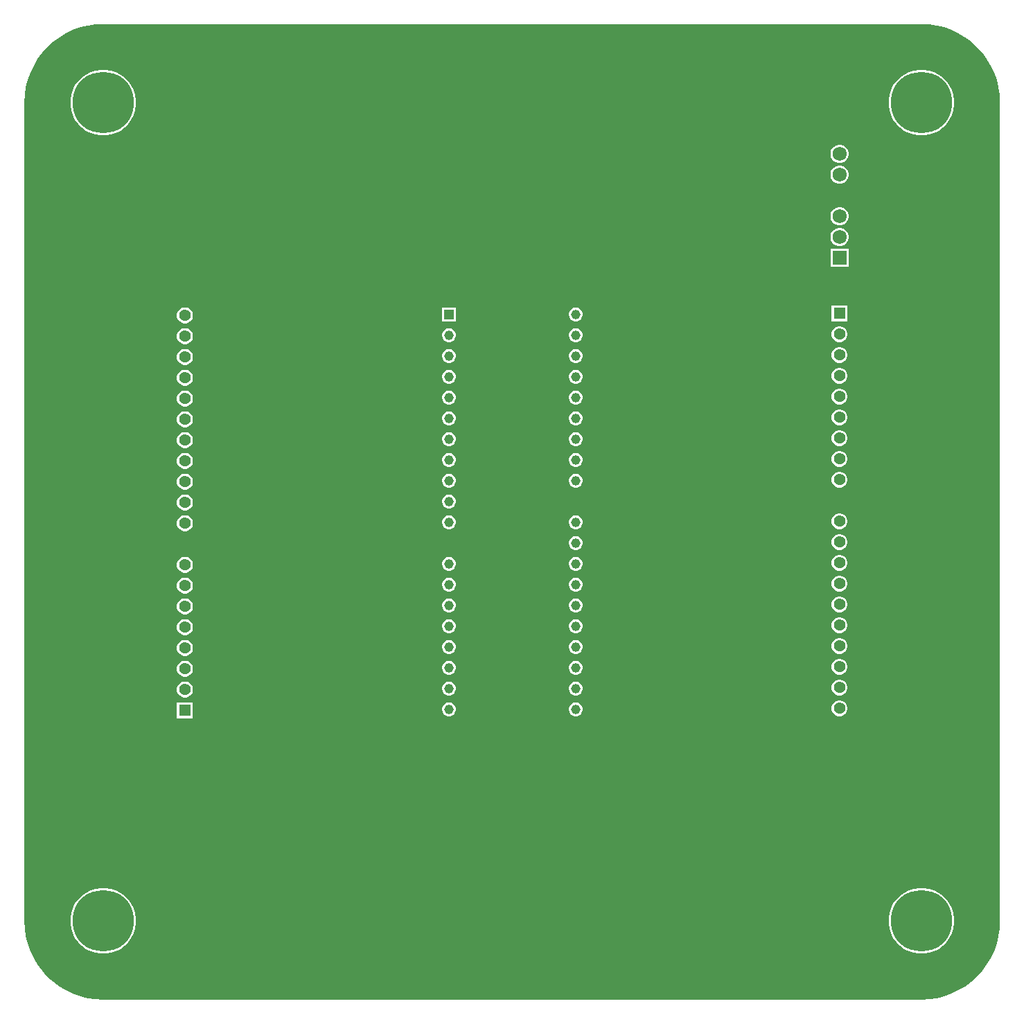
<source format=gbl>
G04*
G04 #@! TF.GenerationSoftware,Altium Limited,Altium Designer,24.1.2 (44)*
G04*
G04 Layer_Physical_Order=2*
G04 Layer_Color=16711680*
%FSLAX44Y44*%
%MOMM*%
G71*
G04*
G04 #@! TF.SameCoordinates,A8F9B381-EDA8-4368-A6AD-9EAFAD04DD4A*
G04*
G04*
G04 #@! TF.FilePolarity,Positive*
G04*
G01*
G75*
%ADD33R,1.7250X1.7250*%
%ADD34C,1.7250*%
%ADD35R,1.4250X1.4250*%
%ADD36C,1.4250*%
%ADD37R,1.1600X1.1600*%
%ADD38C,1.1600*%
%ADD39C,7.5000*%
G36*
X1009427Y1095716D02*
X1018764Y1094331D01*
X1027919Y1092037D01*
X1036806Y1088858D01*
X1045338Y1084822D01*
X1053434Y1079970D01*
X1061015Y1074347D01*
X1068009Y1068009D01*
X1074347Y1061015D01*
X1079970Y1053434D01*
X1084822Y1045338D01*
X1088858Y1036806D01*
X1092037Y1027919D01*
X1094331Y1018764D01*
X1095716Y1009427D01*
X1096166Y1000256D01*
X1096115Y1000000D01*
Y0D01*
X1096166Y-256D01*
X1095716Y-9427D01*
X1094331Y-18764D01*
X1092037Y-27919D01*
X1088858Y-36806D01*
X1084822Y-45338D01*
X1079970Y-53434D01*
X1074347Y-61015D01*
X1068009Y-68009D01*
X1061015Y-74347D01*
X1053434Y-79970D01*
X1045338Y-84822D01*
X1036806Y-88858D01*
X1027919Y-92037D01*
X1018764Y-94331D01*
X1009427Y-95716D01*
X1000256Y-96166D01*
X1000000Y-96115D01*
X0D01*
X-256Y-96166D01*
X-9427Y-95716D01*
X-18764Y-94331D01*
X-27919Y-92037D01*
X-36806Y-88858D01*
X-45338Y-84822D01*
X-53434Y-79970D01*
X-61015Y-74347D01*
X-68009Y-68009D01*
X-74347Y-61015D01*
X-79970Y-53434D01*
X-84822Y-45338D01*
X-88858Y-36806D01*
X-92037Y-27919D01*
X-94331Y-18764D01*
X-95716Y-9427D01*
X-96166Y-256D01*
X-96115Y0D01*
Y1000000D01*
X-96166Y1000256D01*
X-95716Y1009427D01*
X-94331Y1018764D01*
X-92037Y1027919D01*
X-88858Y1036806D01*
X-84822Y1045338D01*
X-79970Y1053434D01*
X-74347Y1061015D01*
X-68009Y1068009D01*
X-61015Y1074347D01*
X-53434Y1079970D01*
X-45338Y1084822D01*
X-36806Y1088858D01*
X-27919Y1092037D01*
X-18764Y1094331D01*
X-9427Y1095716D01*
X-256Y1096166D01*
X0Y1096115D01*
X1000000D01*
X1000256Y1096166D01*
X1009427Y1095716D01*
D02*
G37*
%LPC*%
G36*
X3151Y1040040D02*
X-3151D01*
X-9376Y1039054D01*
X-15370Y1037106D01*
X-20986Y1034245D01*
X-26084Y1030541D01*
X-30541Y1026084D01*
X-34245Y1020985D01*
X-37106Y1015370D01*
X-39054Y1009376D01*
X-40040Y1003151D01*
Y996849D01*
X-39054Y990624D01*
X-37106Y984630D01*
X-34245Y979015D01*
X-30541Y973916D01*
X-26084Y969459D01*
X-20986Y965755D01*
X-15370Y962894D01*
X-9376Y960946D01*
X-3151Y959960D01*
X3151D01*
X9376Y960946D01*
X15370Y962894D01*
X20986Y965755D01*
X26084Y969459D01*
X30541Y973916D01*
X34245Y979015D01*
X37106Y984630D01*
X39054Y990624D01*
X40040Y996849D01*
Y1003151D01*
X39054Y1009376D01*
X37106Y1015370D01*
X34245Y1020985D01*
X30541Y1026084D01*
X26084Y1030541D01*
X20986Y1034245D01*
X15370Y1037106D01*
X9376Y1039054D01*
X3151Y1040040D01*
D02*
G37*
G36*
X1003151Y1040040D02*
X996849D01*
X990624Y1039054D01*
X984630Y1037106D01*
X979015Y1034245D01*
X973916Y1030541D01*
X969459Y1026084D01*
X965755Y1020985D01*
X962894Y1015370D01*
X960946Y1009376D01*
X959960Y1003151D01*
Y996849D01*
X960946Y990624D01*
X962894Y984630D01*
X965755Y979015D01*
X969459Y973916D01*
X973916Y969459D01*
X979015Y965755D01*
X984630Y962894D01*
X990624Y960946D01*
X996849Y959960D01*
X1003151D01*
X1009376Y960946D01*
X1015370Y962894D01*
X1020985Y965755D01*
X1026084Y969459D01*
X1030541Y973916D01*
X1034245Y979015D01*
X1037106Y984630D01*
X1039054Y990624D01*
X1040040Y996849D01*
Y1003151D01*
X1039054Y1009376D01*
X1037106Y1015370D01*
X1034245Y1020985D01*
X1030541Y1026084D01*
X1026084Y1030541D01*
X1020985Y1034245D01*
X1015370Y1037106D01*
X1009376Y1039054D01*
X1003151Y1040040D01*
D02*
G37*
G36*
X901470Y948425D02*
X898530D01*
X895691Y947664D01*
X893145Y946194D01*
X891066Y944116D01*
X889596Y941570D01*
X888835Y938730D01*
Y935790D01*
X889596Y932951D01*
X891066Y930405D01*
X893145Y928326D01*
X895691Y926856D01*
X898530Y926095D01*
X901470D01*
X904309Y926856D01*
X906855Y928326D01*
X908934Y930405D01*
X910404Y932951D01*
X911165Y935790D01*
Y938730D01*
X910404Y941570D01*
X908934Y944116D01*
X906855Y946194D01*
X904309Y947664D01*
X901470Y948425D01*
D02*
G37*
G36*
Y923025D02*
X898530D01*
X895691Y922264D01*
X893145Y920794D01*
X891066Y918716D01*
X889596Y916170D01*
X888835Y913330D01*
Y910390D01*
X889596Y907551D01*
X891066Y905005D01*
X893145Y902926D01*
X895691Y901456D01*
X898530Y900695D01*
X901470D01*
X904309Y901456D01*
X906855Y902926D01*
X908934Y905005D01*
X910404Y907551D01*
X911165Y910390D01*
Y913330D01*
X910404Y916170D01*
X908934Y918716D01*
X906855Y920794D01*
X904309Y922264D01*
X901470Y923025D01*
D02*
G37*
G36*
Y872225D02*
X898530D01*
X895691Y871464D01*
X893145Y869994D01*
X891066Y867915D01*
X889596Y865369D01*
X888835Y862530D01*
Y859590D01*
X889596Y856750D01*
X891066Y854204D01*
X893145Y852126D01*
X895691Y850656D01*
X898530Y849895D01*
X901470D01*
X904309Y850656D01*
X906855Y852126D01*
X908934Y854204D01*
X910404Y856750D01*
X911165Y859590D01*
Y862530D01*
X910404Y865369D01*
X908934Y867915D01*
X906855Y869994D01*
X904309Y871464D01*
X901470Y872225D01*
D02*
G37*
G36*
Y846825D02*
X898530D01*
X895691Y846064D01*
X893145Y844594D01*
X891066Y842515D01*
X889596Y839969D01*
X888835Y837130D01*
Y834190D01*
X889596Y831350D01*
X891066Y828804D01*
X893145Y826726D01*
X895691Y825256D01*
X898530Y824495D01*
X901470D01*
X904309Y825256D01*
X906855Y826726D01*
X908934Y828804D01*
X910404Y831350D01*
X911165Y834190D01*
Y837130D01*
X910404Y839969D01*
X908934Y842515D01*
X906855Y844594D01*
X904309Y846064D01*
X901470Y846825D01*
D02*
G37*
G36*
X911165Y821425D02*
X888835D01*
Y799095D01*
X911165D01*
Y821425D01*
D02*
G37*
G36*
X578578Y749640D02*
X576382D01*
X574261Y749072D01*
X572359Y747974D01*
X570806Y746421D01*
X569708Y744519D01*
X569140Y742398D01*
Y740202D01*
X569708Y738081D01*
X570806Y736179D01*
X572359Y734626D01*
X574261Y733528D01*
X576382Y732960D01*
X578578D01*
X580699Y733528D01*
X582601Y734626D01*
X584154Y736179D01*
X585252Y738081D01*
X585820Y740202D01*
Y742398D01*
X585252Y744519D01*
X584154Y746421D01*
X582601Y747974D01*
X580699Y749072D01*
X578578Y749640D01*
D02*
G37*
G36*
X430860D02*
X414180D01*
Y732960D01*
X430860D01*
Y749640D01*
D02*
G37*
G36*
X909665Y752215D02*
X890335D01*
Y732885D01*
X909665D01*
Y752215D01*
D02*
G37*
G36*
X101272Y749715D02*
X98728D01*
X96270Y749056D01*
X94066Y747784D01*
X92266Y745984D01*
X90994Y743781D01*
X90335Y741322D01*
Y738778D01*
X90994Y736320D01*
X92266Y734116D01*
X94066Y732316D01*
X96270Y731044D01*
X98728Y730385D01*
X101272D01*
X103731Y731044D01*
X105934Y732316D01*
X107734Y734116D01*
X109006Y736320D01*
X109665Y738778D01*
Y741322D01*
X109006Y743781D01*
X107734Y745984D01*
X105934Y747784D01*
X103731Y749056D01*
X101272Y749715D01*
D02*
G37*
G36*
X578578Y724240D02*
X576382D01*
X574261Y723672D01*
X572359Y722574D01*
X570806Y721021D01*
X569708Y719119D01*
X569140Y716998D01*
Y714802D01*
X569708Y712681D01*
X570806Y710779D01*
X572359Y709226D01*
X574261Y708128D01*
X576382Y707560D01*
X578578D01*
X580699Y708128D01*
X582601Y709226D01*
X584154Y710779D01*
X585252Y712681D01*
X585820Y714802D01*
Y716998D01*
X585252Y719119D01*
X584154Y721021D01*
X582601Y722574D01*
X580699Y723672D01*
X578578Y724240D01*
D02*
G37*
G36*
X423618D02*
X421422D01*
X419301Y723672D01*
X417399Y722574D01*
X415846Y721021D01*
X414748Y719119D01*
X414180Y716998D01*
Y714802D01*
X414748Y712681D01*
X415846Y710779D01*
X417399Y709226D01*
X419301Y708128D01*
X421422Y707560D01*
X423618D01*
X425739Y708128D01*
X427641Y709226D01*
X429194Y710779D01*
X430292Y712681D01*
X430860Y714802D01*
Y716998D01*
X430292Y719119D01*
X429194Y721021D01*
X427641Y722574D01*
X425739Y723672D01*
X423618Y724240D01*
D02*
G37*
G36*
X901272Y726815D02*
X898728D01*
X896270Y726156D01*
X894065Y724884D01*
X892266Y723084D01*
X890994Y720881D01*
X890335Y718422D01*
Y715878D01*
X890994Y713419D01*
X892266Y711216D01*
X894065Y709416D01*
X896270Y708144D01*
X898728Y707485D01*
X901272D01*
X903731Y708144D01*
X905935Y709416D01*
X907734Y711216D01*
X909006Y713419D01*
X909665Y715878D01*
Y718422D01*
X909006Y720881D01*
X907734Y723084D01*
X905935Y724884D01*
X903731Y726156D01*
X901272Y726815D01*
D02*
G37*
G36*
X101272Y724315D02*
X98728D01*
X96270Y723656D01*
X94066Y722384D01*
X92266Y720584D01*
X90994Y718381D01*
X90335Y715922D01*
Y713378D01*
X90994Y710919D01*
X92266Y708716D01*
X94066Y706916D01*
X96270Y705644D01*
X98728Y704985D01*
X101272D01*
X103731Y705644D01*
X105934Y706916D01*
X107734Y708716D01*
X109006Y710919D01*
X109665Y713378D01*
Y715922D01*
X109006Y718381D01*
X107734Y720584D01*
X105934Y722384D01*
X103731Y723656D01*
X101272Y724315D01*
D02*
G37*
G36*
X578578Y698840D02*
X576382D01*
X574261Y698272D01*
X572359Y697174D01*
X570806Y695621D01*
X569708Y693719D01*
X569140Y691598D01*
Y689402D01*
X569708Y687281D01*
X570806Y685379D01*
X572359Y683826D01*
X574261Y682728D01*
X576382Y682160D01*
X578578D01*
X580699Y682728D01*
X582601Y683826D01*
X584154Y685379D01*
X585252Y687281D01*
X585820Y689402D01*
Y691598D01*
X585252Y693719D01*
X584154Y695621D01*
X582601Y697174D01*
X580699Y698272D01*
X578578Y698840D01*
D02*
G37*
G36*
X423618D02*
X421422D01*
X419301Y698272D01*
X417399Y697174D01*
X415846Y695621D01*
X414748Y693719D01*
X414180Y691598D01*
Y689402D01*
X414748Y687281D01*
X415846Y685379D01*
X417399Y683826D01*
X419301Y682728D01*
X421422Y682160D01*
X423618D01*
X425739Y682728D01*
X427641Y683826D01*
X429194Y685379D01*
X430292Y687281D01*
X430860Y689402D01*
Y691598D01*
X430292Y693719D01*
X429194Y695621D01*
X427641Y697174D01*
X425739Y698272D01*
X423618Y698840D01*
D02*
G37*
G36*
X901272Y701415D02*
X898728D01*
X896270Y700756D01*
X894065Y699484D01*
X892266Y697684D01*
X890994Y695480D01*
X890335Y693022D01*
Y690478D01*
X890994Y688019D01*
X892266Y685816D01*
X894065Y684016D01*
X896270Y682744D01*
X898728Y682085D01*
X901272D01*
X903731Y682744D01*
X905935Y684016D01*
X907734Y685816D01*
X909006Y688019D01*
X909665Y690478D01*
Y693022D01*
X909006Y695480D01*
X907734Y697684D01*
X905935Y699484D01*
X903731Y700756D01*
X901272Y701415D01*
D02*
G37*
G36*
X101272Y698915D02*
X98728D01*
X96270Y698256D01*
X94066Y696984D01*
X92266Y695184D01*
X90994Y692981D01*
X90335Y690522D01*
Y687978D01*
X90994Y685519D01*
X92266Y683316D01*
X94066Y681516D01*
X96270Y680244D01*
X98728Y679585D01*
X101272D01*
X103731Y680244D01*
X105934Y681516D01*
X107734Y683316D01*
X109006Y685519D01*
X109665Y687978D01*
Y690522D01*
X109006Y692981D01*
X107734Y695184D01*
X105934Y696984D01*
X103731Y698256D01*
X101272Y698915D01*
D02*
G37*
G36*
X578578Y673440D02*
X576382D01*
X574261Y672872D01*
X572359Y671774D01*
X570806Y670221D01*
X569708Y668319D01*
X569140Y666198D01*
Y664002D01*
X569708Y661881D01*
X570806Y659979D01*
X572359Y658426D01*
X574261Y657328D01*
X576382Y656760D01*
X578578D01*
X580699Y657328D01*
X582601Y658426D01*
X584154Y659979D01*
X585252Y661881D01*
X585820Y664002D01*
Y666198D01*
X585252Y668319D01*
X584154Y670221D01*
X582601Y671774D01*
X580699Y672872D01*
X578578Y673440D01*
D02*
G37*
G36*
X423618D02*
X421422D01*
X419301Y672872D01*
X417399Y671774D01*
X415846Y670221D01*
X414748Y668319D01*
X414180Y666198D01*
Y664002D01*
X414748Y661881D01*
X415846Y659979D01*
X417399Y658426D01*
X419301Y657328D01*
X421422Y656760D01*
X423618D01*
X425739Y657328D01*
X427641Y658426D01*
X429194Y659979D01*
X430292Y661881D01*
X430860Y664002D01*
Y666198D01*
X430292Y668319D01*
X429194Y670221D01*
X427641Y671774D01*
X425739Y672872D01*
X423618Y673440D01*
D02*
G37*
G36*
X901272Y676015D02*
X898728D01*
X896270Y675356D01*
X894065Y674084D01*
X892266Y672284D01*
X890994Y670080D01*
X890335Y667622D01*
Y665078D01*
X890994Y662619D01*
X892266Y660415D01*
X894065Y658616D01*
X896270Y657344D01*
X898728Y656685D01*
X901272D01*
X903731Y657344D01*
X905935Y658616D01*
X907734Y660415D01*
X909006Y662619D01*
X909665Y665078D01*
Y667622D01*
X909006Y670080D01*
X907734Y672284D01*
X905935Y674084D01*
X903731Y675356D01*
X901272Y676015D01*
D02*
G37*
G36*
X101272Y673515D02*
X98728D01*
X96270Y672856D01*
X94066Y671584D01*
X92266Y669784D01*
X90994Y667581D01*
X90335Y665122D01*
Y662578D01*
X90994Y660119D01*
X92266Y657915D01*
X94066Y656116D01*
X96270Y654844D01*
X98728Y654185D01*
X101272D01*
X103731Y654844D01*
X105934Y656116D01*
X107734Y657915D01*
X109006Y660119D01*
X109665Y662578D01*
Y665122D01*
X109006Y667581D01*
X107734Y669784D01*
X105934Y671584D01*
X103731Y672856D01*
X101272Y673515D01*
D02*
G37*
G36*
X578578Y648040D02*
X576382D01*
X574261Y647472D01*
X572359Y646374D01*
X570806Y644821D01*
X569708Y642919D01*
X569140Y640798D01*
Y638602D01*
X569708Y636481D01*
X570806Y634579D01*
X572359Y633026D01*
X574261Y631928D01*
X576382Y631360D01*
X578578D01*
X580699Y631928D01*
X582601Y633026D01*
X584154Y634579D01*
X585252Y636481D01*
X585820Y638602D01*
Y640798D01*
X585252Y642919D01*
X584154Y644821D01*
X582601Y646374D01*
X580699Y647472D01*
X578578Y648040D01*
D02*
G37*
G36*
X423618D02*
X421422D01*
X419301Y647472D01*
X417399Y646374D01*
X415846Y644821D01*
X414748Y642919D01*
X414180Y640798D01*
Y638602D01*
X414748Y636481D01*
X415846Y634579D01*
X417399Y633026D01*
X419301Y631928D01*
X421422Y631360D01*
X423618D01*
X425739Y631928D01*
X427641Y633026D01*
X429194Y634579D01*
X430292Y636481D01*
X430860Y638602D01*
Y640798D01*
X430292Y642919D01*
X429194Y644821D01*
X427641Y646374D01*
X425739Y647472D01*
X423618Y648040D01*
D02*
G37*
G36*
X901272Y650615D02*
X898728D01*
X896270Y649956D01*
X894065Y648684D01*
X892266Y646885D01*
X890994Y644680D01*
X890335Y642222D01*
Y639678D01*
X890994Y637220D01*
X892266Y635015D01*
X894065Y633216D01*
X896270Y631944D01*
X898728Y631285D01*
X901272D01*
X903731Y631944D01*
X905935Y633216D01*
X907734Y635015D01*
X909006Y637220D01*
X909665Y639678D01*
Y642222D01*
X909006Y644680D01*
X907734Y646885D01*
X905935Y648684D01*
X903731Y649956D01*
X901272Y650615D01*
D02*
G37*
G36*
X101272Y648115D02*
X98728D01*
X96270Y647456D01*
X94066Y646184D01*
X92266Y644385D01*
X90994Y642181D01*
X90335Y639722D01*
Y637178D01*
X90994Y634720D01*
X92266Y632515D01*
X94066Y630716D01*
X96270Y629444D01*
X98728Y628785D01*
X101272D01*
X103731Y629444D01*
X105934Y630716D01*
X107734Y632515D01*
X109006Y634720D01*
X109665Y637178D01*
Y639722D01*
X109006Y642181D01*
X107734Y644385D01*
X105934Y646184D01*
X103731Y647456D01*
X101272Y648115D01*
D02*
G37*
G36*
X578578Y622640D02*
X576382D01*
X574261Y622072D01*
X572359Y620974D01*
X570806Y619421D01*
X569708Y617519D01*
X569140Y615398D01*
Y613202D01*
X569708Y611081D01*
X570806Y609179D01*
X572359Y607626D01*
X574261Y606528D01*
X576382Y605960D01*
X578578D01*
X580699Y606528D01*
X582601Y607626D01*
X584154Y609179D01*
X585252Y611081D01*
X585820Y613202D01*
Y615398D01*
X585252Y617519D01*
X584154Y619421D01*
X582601Y620974D01*
X580699Y622072D01*
X578578Y622640D01*
D02*
G37*
G36*
X423618D02*
X421422D01*
X419301Y622072D01*
X417399Y620974D01*
X415846Y619421D01*
X414748Y617519D01*
X414180Y615398D01*
Y613202D01*
X414748Y611081D01*
X415846Y609179D01*
X417399Y607626D01*
X419301Y606528D01*
X421422Y605960D01*
X423618D01*
X425739Y606528D01*
X427641Y607626D01*
X429194Y609179D01*
X430292Y611081D01*
X430860Y613202D01*
Y615398D01*
X430292Y617519D01*
X429194Y619421D01*
X427641Y620974D01*
X425739Y622072D01*
X423618Y622640D01*
D02*
G37*
G36*
X901272Y625215D02*
X898728D01*
X896270Y624556D01*
X894065Y623284D01*
X892266Y621484D01*
X890994Y619281D01*
X890335Y616822D01*
Y614278D01*
X890994Y611819D01*
X892266Y609616D01*
X894065Y607816D01*
X896270Y606544D01*
X898728Y605885D01*
X901272D01*
X903731Y606544D01*
X905935Y607816D01*
X907734Y609616D01*
X909006Y611819D01*
X909665Y614278D01*
Y616822D01*
X909006Y619281D01*
X907734Y621484D01*
X905935Y623284D01*
X903731Y624556D01*
X901272Y625215D01*
D02*
G37*
G36*
X101272Y622715D02*
X98728D01*
X96270Y622056D01*
X94066Y620784D01*
X92266Y618984D01*
X90994Y616781D01*
X90335Y614322D01*
Y611778D01*
X90994Y609319D01*
X92266Y607116D01*
X94066Y605316D01*
X96270Y604044D01*
X98728Y603385D01*
X101272D01*
X103731Y604044D01*
X105934Y605316D01*
X107734Y607116D01*
X109006Y609319D01*
X109665Y611778D01*
Y614322D01*
X109006Y616781D01*
X107734Y618984D01*
X105934Y620784D01*
X103731Y622056D01*
X101272Y622715D01*
D02*
G37*
G36*
X578578Y597240D02*
X576382D01*
X574261Y596672D01*
X572359Y595574D01*
X570806Y594021D01*
X569708Y592119D01*
X569140Y589998D01*
Y587802D01*
X569708Y585681D01*
X570806Y583779D01*
X572359Y582226D01*
X574261Y581128D01*
X576382Y580560D01*
X578578D01*
X580699Y581128D01*
X582601Y582226D01*
X584154Y583779D01*
X585252Y585681D01*
X585820Y587802D01*
Y589998D01*
X585252Y592119D01*
X584154Y594021D01*
X582601Y595574D01*
X580699Y596672D01*
X578578Y597240D01*
D02*
G37*
G36*
X423618D02*
X421422D01*
X419301Y596672D01*
X417399Y595574D01*
X415846Y594021D01*
X414748Y592119D01*
X414180Y589998D01*
Y587802D01*
X414748Y585681D01*
X415846Y583779D01*
X417399Y582226D01*
X419301Y581128D01*
X421422Y580560D01*
X423618D01*
X425739Y581128D01*
X427641Y582226D01*
X429194Y583779D01*
X430292Y585681D01*
X430860Y587802D01*
Y589998D01*
X430292Y592119D01*
X429194Y594021D01*
X427641Y595574D01*
X425739Y596672D01*
X423618Y597240D01*
D02*
G37*
G36*
X901272Y599815D02*
X898728D01*
X896270Y599156D01*
X894065Y597884D01*
X892266Y596085D01*
X890994Y593881D01*
X890335Y591422D01*
Y588878D01*
X890994Y586419D01*
X892266Y584216D01*
X894065Y582416D01*
X896270Y581144D01*
X898728Y580485D01*
X901272D01*
X903731Y581144D01*
X905935Y582416D01*
X907734Y584216D01*
X909006Y586419D01*
X909665Y588878D01*
Y591422D01*
X909006Y593881D01*
X907734Y596085D01*
X905935Y597884D01*
X903731Y599156D01*
X901272Y599815D01*
D02*
G37*
G36*
X101272Y597315D02*
X98728D01*
X96270Y596656D01*
X94066Y595384D01*
X92266Y593585D01*
X90994Y591381D01*
X90335Y588922D01*
Y586378D01*
X90994Y583919D01*
X92266Y581716D01*
X94066Y579916D01*
X96270Y578644D01*
X98728Y577985D01*
X101272D01*
X103731Y578644D01*
X105934Y579916D01*
X107734Y581716D01*
X109006Y583919D01*
X109665Y586378D01*
Y588922D01*
X109006Y591381D01*
X107734Y593585D01*
X105934Y595384D01*
X103731Y596656D01*
X101272Y597315D01*
D02*
G37*
G36*
X578578Y571840D02*
X576382D01*
X574261Y571272D01*
X572359Y570174D01*
X570806Y568621D01*
X569708Y566719D01*
X569140Y564598D01*
Y562402D01*
X569708Y560281D01*
X570806Y558379D01*
X572359Y556826D01*
X574261Y555728D01*
X576382Y555160D01*
X578578D01*
X580699Y555728D01*
X582601Y556826D01*
X584154Y558379D01*
X585252Y560281D01*
X585820Y562402D01*
Y564598D01*
X585252Y566719D01*
X584154Y568621D01*
X582601Y570174D01*
X580699Y571272D01*
X578578Y571840D01*
D02*
G37*
G36*
X423618D02*
X421422D01*
X419301Y571272D01*
X417399Y570174D01*
X415846Y568621D01*
X414748Y566719D01*
X414180Y564598D01*
Y562402D01*
X414748Y560281D01*
X415846Y558379D01*
X417399Y556826D01*
X419301Y555728D01*
X421422Y555160D01*
X423618D01*
X425739Y555728D01*
X427641Y556826D01*
X429194Y558379D01*
X430292Y560281D01*
X430860Y562402D01*
Y564598D01*
X430292Y566719D01*
X429194Y568621D01*
X427641Y570174D01*
X425739Y571272D01*
X423618Y571840D01*
D02*
G37*
G36*
X901272Y574415D02*
X898728D01*
X896270Y573756D01*
X894065Y572484D01*
X892266Y570685D01*
X890994Y568480D01*
X890335Y566022D01*
Y563478D01*
X890994Y561020D01*
X892266Y558815D01*
X894065Y557016D01*
X896270Y555744D01*
X898728Y555085D01*
X901272D01*
X903731Y555744D01*
X905935Y557016D01*
X907734Y558815D01*
X909006Y561020D01*
X909665Y563478D01*
Y566022D01*
X909006Y568480D01*
X907734Y570685D01*
X905935Y572484D01*
X903731Y573756D01*
X901272Y574415D01*
D02*
G37*
G36*
X101272Y571915D02*
X98728D01*
X96270Y571256D01*
X94066Y569984D01*
X92266Y568185D01*
X90994Y565981D01*
X90335Y563522D01*
Y560978D01*
X90994Y558520D01*
X92266Y556315D01*
X94066Y554516D01*
X96270Y553244D01*
X98728Y552585D01*
X101272D01*
X103731Y553244D01*
X105934Y554516D01*
X107734Y556315D01*
X109006Y558520D01*
X109665Y560978D01*
Y563522D01*
X109006Y565981D01*
X107734Y568185D01*
X105934Y569984D01*
X103731Y571256D01*
X101272Y571915D01*
D02*
G37*
G36*
X578578Y546440D02*
X576382D01*
X574261Y545872D01*
X572359Y544774D01*
X570806Y543221D01*
X569708Y541319D01*
X569140Y539198D01*
Y537002D01*
X569708Y534881D01*
X570806Y532979D01*
X572359Y531426D01*
X574261Y530328D01*
X576382Y529760D01*
X578578D01*
X580699Y530328D01*
X582601Y531426D01*
X584154Y532979D01*
X585252Y534881D01*
X585820Y537002D01*
Y539198D01*
X585252Y541319D01*
X584154Y543221D01*
X582601Y544774D01*
X580699Y545872D01*
X578578Y546440D01*
D02*
G37*
G36*
X423618D02*
X421422D01*
X419301Y545872D01*
X417399Y544774D01*
X415846Y543221D01*
X414748Y541319D01*
X414180Y539198D01*
Y537002D01*
X414748Y534881D01*
X415846Y532979D01*
X417399Y531426D01*
X419301Y530328D01*
X421422Y529760D01*
X423618D01*
X425739Y530328D01*
X427641Y531426D01*
X429194Y532979D01*
X430292Y534881D01*
X430860Y537002D01*
Y539198D01*
X430292Y541319D01*
X429194Y543221D01*
X427641Y544774D01*
X425739Y545872D01*
X423618Y546440D01*
D02*
G37*
G36*
X901272Y549015D02*
X898728D01*
X896270Y548356D01*
X894065Y547084D01*
X892266Y545285D01*
X890994Y543080D01*
X890335Y540622D01*
Y538078D01*
X890994Y535620D01*
X892266Y533415D01*
X894065Y531616D01*
X896270Y530344D01*
X898728Y529685D01*
X901272D01*
X903731Y530344D01*
X905935Y531616D01*
X907734Y533415D01*
X909006Y535620D01*
X909665Y538078D01*
Y540622D01*
X909006Y543080D01*
X907734Y545285D01*
X905935Y547084D01*
X903731Y548356D01*
X901272Y549015D01*
D02*
G37*
G36*
X101272Y546515D02*
X98728D01*
X96270Y545856D01*
X94066Y544584D01*
X92266Y542785D01*
X90994Y540581D01*
X90335Y538122D01*
Y535578D01*
X90994Y533120D01*
X92266Y530915D01*
X94066Y529116D01*
X96270Y527844D01*
X98728Y527185D01*
X101272D01*
X103731Y527844D01*
X105934Y529116D01*
X107734Y530915D01*
X109006Y533120D01*
X109665Y535578D01*
Y538122D01*
X109006Y540581D01*
X107734Y542785D01*
X105934Y544584D01*
X103731Y545856D01*
X101272Y546515D01*
D02*
G37*
G36*
X423618Y521040D02*
X421422D01*
X419301Y520472D01*
X417399Y519374D01*
X415846Y517821D01*
X414748Y515919D01*
X414180Y513798D01*
Y511602D01*
X414748Y509481D01*
X415846Y507579D01*
X417399Y506026D01*
X419301Y504928D01*
X421422Y504360D01*
X423618D01*
X425739Y504928D01*
X427641Y506026D01*
X429194Y507579D01*
X430292Y509481D01*
X430860Y511602D01*
Y513798D01*
X430292Y515919D01*
X429194Y517821D01*
X427641Y519374D01*
X425739Y520472D01*
X423618Y521040D01*
D02*
G37*
G36*
X101272Y521115D02*
X98728D01*
X96270Y520456D01*
X94066Y519184D01*
X92266Y517384D01*
X90994Y515181D01*
X90335Y512722D01*
Y510178D01*
X90994Y507719D01*
X92266Y505516D01*
X94066Y503716D01*
X96270Y502444D01*
X98728Y501785D01*
X101272D01*
X103731Y502444D01*
X105934Y503716D01*
X107734Y505516D01*
X109006Y507719D01*
X109665Y510178D01*
Y512722D01*
X109006Y515181D01*
X107734Y517384D01*
X105934Y519184D01*
X103731Y520456D01*
X101272Y521115D01*
D02*
G37*
G36*
X578578Y495640D02*
X576382D01*
X574261Y495072D01*
X572359Y493974D01*
X570806Y492421D01*
X569708Y490519D01*
X569140Y488398D01*
Y486202D01*
X569708Y484081D01*
X570806Y482179D01*
X572359Y480626D01*
X574261Y479528D01*
X576382Y478960D01*
X578578D01*
X580699Y479528D01*
X582601Y480626D01*
X584154Y482179D01*
X585252Y484081D01*
X585820Y486202D01*
Y488398D01*
X585252Y490519D01*
X584154Y492421D01*
X582601Y493974D01*
X580699Y495072D01*
X578578Y495640D01*
D02*
G37*
G36*
X423618D02*
X421422D01*
X419301Y495072D01*
X417399Y493974D01*
X415846Y492421D01*
X414748Y490519D01*
X414180Y488398D01*
Y486202D01*
X414748Y484081D01*
X415846Y482179D01*
X417399Y480626D01*
X419301Y479528D01*
X421422Y478960D01*
X423618D01*
X425739Y479528D01*
X427641Y480626D01*
X429194Y482179D01*
X430292Y484081D01*
X430860Y486202D01*
Y488398D01*
X430292Y490519D01*
X429194Y492421D01*
X427641Y493974D01*
X425739Y495072D01*
X423618Y495640D01*
D02*
G37*
G36*
X901272Y498215D02*
X898728D01*
X896270Y497556D01*
X894065Y496284D01*
X892266Y494484D01*
X890994Y492281D01*
X890335Y489822D01*
Y487278D01*
X890994Y484819D01*
X892266Y482616D01*
X894065Y480816D01*
X896270Y479544D01*
X898728Y478885D01*
X901272D01*
X903731Y479544D01*
X905935Y480816D01*
X907734Y482616D01*
X909006Y484819D01*
X909665Y487278D01*
Y489822D01*
X909006Y492281D01*
X907734Y494484D01*
X905935Y496284D01*
X903731Y497556D01*
X901272Y498215D01*
D02*
G37*
G36*
X101272Y495715D02*
X98728D01*
X96270Y495056D01*
X94066Y493784D01*
X92266Y491984D01*
X90994Y489781D01*
X90335Y487322D01*
Y484778D01*
X90994Y482319D01*
X92266Y480116D01*
X94066Y478316D01*
X96270Y477044D01*
X98728Y476385D01*
X101272D01*
X103731Y477044D01*
X105934Y478316D01*
X107734Y480116D01*
X109006Y482319D01*
X109665Y484778D01*
Y487322D01*
X109006Y489781D01*
X107734Y491984D01*
X105934Y493784D01*
X103731Y495056D01*
X101272Y495715D01*
D02*
G37*
G36*
X578578Y470240D02*
X576382D01*
X574261Y469672D01*
X572359Y468574D01*
X570806Y467021D01*
X569708Y465119D01*
X569140Y462998D01*
Y460802D01*
X569708Y458681D01*
X570806Y456779D01*
X572359Y455226D01*
X574261Y454128D01*
X576382Y453560D01*
X578578D01*
X580699Y454128D01*
X582601Y455226D01*
X584154Y456779D01*
X585252Y458681D01*
X585820Y460802D01*
Y462998D01*
X585252Y465119D01*
X584154Y467021D01*
X582601Y468574D01*
X580699Y469672D01*
X578578Y470240D01*
D02*
G37*
G36*
X901272Y472815D02*
X898728D01*
X896270Y472156D01*
X894065Y470884D01*
X892266Y469085D01*
X890994Y466880D01*
X890335Y464422D01*
Y461878D01*
X890994Y459420D01*
X892266Y457215D01*
X894065Y455416D01*
X896270Y454144D01*
X898728Y453485D01*
X901272D01*
X903731Y454144D01*
X905935Y455416D01*
X907734Y457215D01*
X909006Y459420D01*
X909665Y461878D01*
Y464422D01*
X909006Y466880D01*
X907734Y469085D01*
X905935Y470884D01*
X903731Y472156D01*
X901272Y472815D01*
D02*
G37*
G36*
X578578Y444840D02*
X576382D01*
X574261Y444272D01*
X572359Y443174D01*
X570806Y441621D01*
X569708Y439719D01*
X569140Y437598D01*
Y435402D01*
X569708Y433281D01*
X570806Y431379D01*
X572359Y429826D01*
X574261Y428728D01*
X576382Y428160D01*
X578578D01*
X580699Y428728D01*
X582601Y429826D01*
X584154Y431379D01*
X585252Y433281D01*
X585820Y435402D01*
Y437598D01*
X585252Y439719D01*
X584154Y441621D01*
X582601Y443174D01*
X580699Y444272D01*
X578578Y444840D01*
D02*
G37*
G36*
X423618D02*
X421422D01*
X419301Y444272D01*
X417399Y443174D01*
X415846Y441621D01*
X414748Y439719D01*
X414180Y437598D01*
Y435402D01*
X414748Y433281D01*
X415846Y431379D01*
X417399Y429826D01*
X419301Y428728D01*
X421422Y428160D01*
X423618D01*
X425739Y428728D01*
X427641Y429826D01*
X429194Y431379D01*
X430292Y433281D01*
X430860Y435402D01*
Y437598D01*
X430292Y439719D01*
X429194Y441621D01*
X427641Y443174D01*
X425739Y444272D01*
X423618Y444840D01*
D02*
G37*
G36*
X901272Y447415D02*
X898728D01*
X896270Y446756D01*
X894065Y445484D01*
X892266Y443685D01*
X890994Y441480D01*
X890335Y439022D01*
Y436478D01*
X890994Y434020D01*
X892266Y431815D01*
X894065Y430016D01*
X896270Y428744D01*
X898728Y428085D01*
X901272D01*
X903731Y428744D01*
X905935Y430016D01*
X907734Y431815D01*
X909006Y434020D01*
X909665Y436478D01*
Y439022D01*
X909006Y441480D01*
X907734Y443685D01*
X905935Y445484D01*
X903731Y446756D01*
X901272Y447415D01*
D02*
G37*
G36*
X101272Y444915D02*
X98728D01*
X96270Y444256D01*
X94066Y442984D01*
X92266Y441185D01*
X90994Y438981D01*
X90335Y436522D01*
Y433978D01*
X90994Y431520D01*
X92266Y429315D01*
X94066Y427516D01*
X96270Y426244D01*
X98728Y425585D01*
X101272D01*
X103731Y426244D01*
X105934Y427516D01*
X107734Y429315D01*
X109006Y431520D01*
X109665Y433978D01*
Y436522D01*
X109006Y438981D01*
X107734Y441185D01*
X105934Y442984D01*
X103731Y444256D01*
X101272Y444915D01*
D02*
G37*
G36*
X578578Y419440D02*
X576382D01*
X574261Y418872D01*
X572359Y417774D01*
X570806Y416221D01*
X569708Y414319D01*
X569140Y412198D01*
Y410002D01*
X569708Y407881D01*
X570806Y405979D01*
X572359Y404426D01*
X574261Y403328D01*
X576382Y402760D01*
X578578D01*
X580699Y403328D01*
X582601Y404426D01*
X584154Y405979D01*
X585252Y407881D01*
X585820Y410002D01*
Y412198D01*
X585252Y414319D01*
X584154Y416221D01*
X582601Y417774D01*
X580699Y418872D01*
X578578Y419440D01*
D02*
G37*
G36*
X423618D02*
X421422D01*
X419301Y418872D01*
X417399Y417774D01*
X415846Y416221D01*
X414748Y414319D01*
X414180Y412198D01*
Y410002D01*
X414748Y407881D01*
X415846Y405979D01*
X417399Y404426D01*
X419301Y403328D01*
X421422Y402760D01*
X423618D01*
X425739Y403328D01*
X427641Y404426D01*
X429194Y405979D01*
X430292Y407881D01*
X430860Y410002D01*
Y412198D01*
X430292Y414319D01*
X429194Y416221D01*
X427641Y417774D01*
X425739Y418872D01*
X423618Y419440D01*
D02*
G37*
G36*
X901272Y422015D02*
X898728D01*
X896270Y421356D01*
X894065Y420084D01*
X892266Y418284D01*
X890994Y416081D01*
X890335Y413622D01*
Y411078D01*
X890994Y408619D01*
X892266Y406415D01*
X894065Y404616D01*
X896270Y403344D01*
X898728Y402685D01*
X901272D01*
X903731Y403344D01*
X905935Y404616D01*
X907734Y406415D01*
X909006Y408619D01*
X909665Y411078D01*
Y413622D01*
X909006Y416081D01*
X907734Y418284D01*
X905935Y420084D01*
X903731Y421356D01*
X901272Y422015D01*
D02*
G37*
G36*
X101272Y419515D02*
X98728D01*
X96270Y418856D01*
X94066Y417584D01*
X92266Y415784D01*
X90994Y413581D01*
X90335Y411122D01*
Y408578D01*
X90994Y406119D01*
X92266Y403915D01*
X94066Y402116D01*
X96270Y400844D01*
X98728Y400185D01*
X101272D01*
X103731Y400844D01*
X105934Y402116D01*
X107734Y403915D01*
X109006Y406119D01*
X109665Y408578D01*
Y411122D01*
X109006Y413581D01*
X107734Y415784D01*
X105934Y417584D01*
X103731Y418856D01*
X101272Y419515D01*
D02*
G37*
G36*
X578578Y394040D02*
X576382D01*
X574261Y393472D01*
X572359Y392374D01*
X570806Y390821D01*
X569708Y388919D01*
X569140Y386798D01*
Y384602D01*
X569708Y382481D01*
X570806Y380579D01*
X572359Y379026D01*
X574261Y377928D01*
X576382Y377360D01*
X578578D01*
X580699Y377928D01*
X582601Y379026D01*
X584154Y380579D01*
X585252Y382481D01*
X585820Y384602D01*
Y386798D01*
X585252Y388919D01*
X584154Y390821D01*
X582601Y392374D01*
X580699Y393472D01*
X578578Y394040D01*
D02*
G37*
G36*
X423618D02*
X421422D01*
X419301Y393472D01*
X417399Y392374D01*
X415846Y390821D01*
X414748Y388919D01*
X414180Y386798D01*
Y384602D01*
X414748Y382481D01*
X415846Y380579D01*
X417399Y379026D01*
X419301Y377928D01*
X421422Y377360D01*
X423618D01*
X425739Y377928D01*
X427641Y379026D01*
X429194Y380579D01*
X430292Y382481D01*
X430860Y384602D01*
Y386798D01*
X430292Y388919D01*
X429194Y390821D01*
X427641Y392374D01*
X425739Y393472D01*
X423618Y394040D01*
D02*
G37*
G36*
X901272Y396615D02*
X898728D01*
X896270Y395956D01*
X894065Y394684D01*
X892266Y392884D01*
X890994Y390681D01*
X890335Y388222D01*
Y385678D01*
X890994Y383219D01*
X892266Y381016D01*
X894065Y379216D01*
X896270Y377944D01*
X898728Y377285D01*
X901272D01*
X903731Y377944D01*
X905935Y379216D01*
X907734Y381016D01*
X909006Y383219D01*
X909665Y385678D01*
Y388222D01*
X909006Y390681D01*
X907734Y392884D01*
X905935Y394684D01*
X903731Y395956D01*
X901272Y396615D01*
D02*
G37*
G36*
X101272Y394115D02*
X98728D01*
X96270Y393456D01*
X94066Y392184D01*
X92266Y390384D01*
X90994Y388181D01*
X90335Y385722D01*
Y383178D01*
X90994Y380719D01*
X92266Y378516D01*
X94066Y376716D01*
X96270Y375444D01*
X98728Y374785D01*
X101272D01*
X103731Y375444D01*
X105934Y376716D01*
X107734Y378516D01*
X109006Y380719D01*
X109665Y383178D01*
Y385722D01*
X109006Y388181D01*
X107734Y390384D01*
X105934Y392184D01*
X103731Y393456D01*
X101272Y394115D01*
D02*
G37*
G36*
X578578Y368640D02*
X576382D01*
X574261Y368072D01*
X572359Y366974D01*
X570806Y365421D01*
X569708Y363519D01*
X569140Y361398D01*
Y359202D01*
X569708Y357081D01*
X570806Y355179D01*
X572359Y353626D01*
X574261Y352528D01*
X576382Y351960D01*
X578578D01*
X580699Y352528D01*
X582601Y353626D01*
X584154Y355179D01*
X585252Y357081D01*
X585820Y359202D01*
Y361398D01*
X585252Y363519D01*
X584154Y365421D01*
X582601Y366974D01*
X580699Y368072D01*
X578578Y368640D01*
D02*
G37*
G36*
X423618D02*
X421422D01*
X419301Y368072D01*
X417399Y366974D01*
X415846Y365421D01*
X414748Y363519D01*
X414180Y361398D01*
Y359202D01*
X414748Y357081D01*
X415846Y355179D01*
X417399Y353626D01*
X419301Y352528D01*
X421422Y351960D01*
X423618D01*
X425739Y352528D01*
X427641Y353626D01*
X429194Y355179D01*
X430292Y357081D01*
X430860Y359202D01*
Y361398D01*
X430292Y363519D01*
X429194Y365421D01*
X427641Y366974D01*
X425739Y368072D01*
X423618Y368640D01*
D02*
G37*
G36*
X901272Y371215D02*
X898728D01*
X896270Y370556D01*
X894065Y369284D01*
X892266Y367485D01*
X890994Y365280D01*
X890335Y362822D01*
Y360278D01*
X890994Y357820D01*
X892266Y355616D01*
X894065Y353816D01*
X896270Y352544D01*
X898728Y351885D01*
X901272D01*
X903731Y352544D01*
X905935Y353816D01*
X907734Y355616D01*
X909006Y357820D01*
X909665Y360278D01*
Y362822D01*
X909006Y365280D01*
X907734Y367485D01*
X905935Y369284D01*
X903731Y370556D01*
X901272Y371215D01*
D02*
G37*
G36*
X101272Y368715D02*
X98728D01*
X96270Y368056D01*
X94066Y366784D01*
X92266Y364985D01*
X90994Y362781D01*
X90335Y360322D01*
Y357778D01*
X90994Y355320D01*
X92266Y353116D01*
X94066Y351316D01*
X96270Y350044D01*
X98728Y349385D01*
X101272D01*
X103731Y350044D01*
X105934Y351316D01*
X107734Y353116D01*
X109006Y355320D01*
X109665Y357778D01*
Y360322D01*
X109006Y362781D01*
X107734Y364985D01*
X105934Y366784D01*
X103731Y368056D01*
X101272Y368715D01*
D02*
G37*
G36*
X578578Y343240D02*
X576382D01*
X574261Y342672D01*
X572359Y341574D01*
X570806Y340021D01*
X569708Y338119D01*
X569140Y335998D01*
Y333802D01*
X569708Y331681D01*
X570806Y329779D01*
X572359Y328226D01*
X574261Y327128D01*
X576382Y326560D01*
X578578D01*
X580699Y327128D01*
X582601Y328226D01*
X584154Y329779D01*
X585252Y331681D01*
X585820Y333802D01*
Y335998D01*
X585252Y338119D01*
X584154Y340021D01*
X582601Y341574D01*
X580699Y342672D01*
X578578Y343240D01*
D02*
G37*
G36*
X423618D02*
X421422D01*
X419301Y342672D01*
X417399Y341574D01*
X415846Y340021D01*
X414748Y338119D01*
X414180Y335998D01*
Y333802D01*
X414748Y331681D01*
X415846Y329779D01*
X417399Y328226D01*
X419301Y327128D01*
X421422Y326560D01*
X423618D01*
X425739Y327128D01*
X427641Y328226D01*
X429194Y329779D01*
X430292Y331681D01*
X430860Y333802D01*
Y335998D01*
X430292Y338119D01*
X429194Y340021D01*
X427641Y341574D01*
X425739Y342672D01*
X423618Y343240D01*
D02*
G37*
G36*
X901272Y345815D02*
X898728D01*
X896270Y345156D01*
X894065Y343884D01*
X892266Y342085D01*
X890994Y339880D01*
X890335Y337422D01*
Y334878D01*
X890994Y332420D01*
X892266Y330215D01*
X894065Y328416D01*
X896270Y327144D01*
X898728Y326485D01*
X901272D01*
X903731Y327144D01*
X905935Y328416D01*
X907734Y330215D01*
X909006Y332420D01*
X909665Y334878D01*
Y337422D01*
X909006Y339880D01*
X907734Y342085D01*
X905935Y343884D01*
X903731Y345156D01*
X901272Y345815D01*
D02*
G37*
G36*
X101272Y343315D02*
X98728D01*
X96270Y342656D01*
X94066Y341384D01*
X92266Y339585D01*
X90994Y337381D01*
X90335Y334922D01*
Y332378D01*
X90994Y329920D01*
X92266Y327715D01*
X94066Y325916D01*
X96270Y324644D01*
X98728Y323985D01*
X101272D01*
X103731Y324644D01*
X105934Y325916D01*
X107734Y327715D01*
X109006Y329920D01*
X109665Y332378D01*
Y334922D01*
X109006Y337381D01*
X107734Y339585D01*
X105934Y341384D01*
X103731Y342656D01*
X101272Y343315D01*
D02*
G37*
G36*
X578578Y317840D02*
X576382D01*
X574261Y317272D01*
X572359Y316174D01*
X570806Y314621D01*
X569708Y312719D01*
X569140Y310598D01*
Y308402D01*
X569708Y306281D01*
X570806Y304379D01*
X572359Y302826D01*
X574261Y301728D01*
X576382Y301160D01*
X578578D01*
X580699Y301728D01*
X582601Y302826D01*
X584154Y304379D01*
X585252Y306281D01*
X585820Y308402D01*
Y310598D01*
X585252Y312719D01*
X584154Y314621D01*
X582601Y316174D01*
X580699Y317272D01*
X578578Y317840D01*
D02*
G37*
G36*
X423618D02*
X421422D01*
X419301Y317272D01*
X417399Y316174D01*
X415846Y314621D01*
X414748Y312719D01*
X414180Y310598D01*
Y308402D01*
X414748Y306281D01*
X415846Y304379D01*
X417399Y302826D01*
X419301Y301728D01*
X421422Y301160D01*
X423618D01*
X425739Y301728D01*
X427641Y302826D01*
X429194Y304379D01*
X430292Y306281D01*
X430860Y308402D01*
Y310598D01*
X430292Y312719D01*
X429194Y314621D01*
X427641Y316174D01*
X425739Y317272D01*
X423618Y317840D01*
D02*
G37*
G36*
X901272Y320415D02*
X898728D01*
X896270Y319756D01*
X894065Y318484D01*
X892266Y316684D01*
X890994Y314480D01*
X890335Y312022D01*
Y309478D01*
X890994Y307020D01*
X892266Y304816D01*
X894065Y303016D01*
X896270Y301744D01*
X898728Y301085D01*
X901272D01*
X903731Y301744D01*
X905935Y303016D01*
X907734Y304816D01*
X909006Y307020D01*
X909665Y309478D01*
Y312022D01*
X909006Y314480D01*
X907734Y316684D01*
X905935Y318484D01*
X903731Y319756D01*
X901272Y320415D01*
D02*
G37*
G36*
X101272Y317915D02*
X98728D01*
X96270Y317256D01*
X94066Y315984D01*
X92266Y314184D01*
X90994Y311981D01*
X90335Y309522D01*
Y306978D01*
X90994Y304520D01*
X92266Y302316D01*
X94066Y300516D01*
X96270Y299244D01*
X98728Y298585D01*
X101272D01*
X103731Y299244D01*
X105934Y300516D01*
X107734Y302316D01*
X109006Y304520D01*
X109665Y306978D01*
Y309522D01*
X109006Y311981D01*
X107734Y314184D01*
X105934Y315984D01*
X103731Y317256D01*
X101272Y317915D01*
D02*
G37*
G36*
X578578Y292440D02*
X576382D01*
X574261Y291872D01*
X572359Y290774D01*
X570806Y289221D01*
X569708Y287319D01*
X569140Y285198D01*
Y283002D01*
X569708Y280881D01*
X570806Y278979D01*
X572359Y277426D01*
X574261Y276328D01*
X576382Y275760D01*
X578578D01*
X580699Y276328D01*
X582601Y277426D01*
X584154Y278979D01*
X585252Y280881D01*
X585820Y283002D01*
Y285198D01*
X585252Y287319D01*
X584154Y289221D01*
X582601Y290774D01*
X580699Y291872D01*
X578578Y292440D01*
D02*
G37*
G36*
X423618D02*
X421422D01*
X419301Y291872D01*
X417399Y290774D01*
X415846Y289221D01*
X414748Y287319D01*
X414180Y285198D01*
Y283002D01*
X414748Y280881D01*
X415846Y278979D01*
X417399Y277426D01*
X419301Y276328D01*
X421422Y275760D01*
X423618D01*
X425739Y276328D01*
X427641Y277426D01*
X429194Y278979D01*
X430292Y280881D01*
X430860Y283002D01*
Y285198D01*
X430292Y287319D01*
X429194Y289221D01*
X427641Y290774D01*
X425739Y291872D01*
X423618Y292440D01*
D02*
G37*
G36*
X901272Y295015D02*
X898728D01*
X896270Y294356D01*
X894065Y293084D01*
X892266Y291285D01*
X890994Y289081D01*
X890335Y286622D01*
Y284078D01*
X890994Y281619D01*
X892266Y279415D01*
X894065Y277616D01*
X896270Y276344D01*
X898728Y275685D01*
X901272D01*
X903731Y276344D01*
X905935Y277616D01*
X907734Y279415D01*
X909006Y281619D01*
X909665Y284078D01*
Y286622D01*
X909006Y289081D01*
X907734Y291285D01*
X905935Y293084D01*
X903731Y294356D01*
X901272Y295015D01*
D02*
G37*
G36*
X101272Y292515D02*
X98728D01*
X96270Y291856D01*
X94066Y290584D01*
X92266Y288785D01*
X90994Y286581D01*
X90335Y284122D01*
Y281578D01*
X90994Y279119D01*
X92266Y276915D01*
X94066Y275116D01*
X96270Y273844D01*
X98728Y273185D01*
X101272D01*
X103731Y273844D01*
X105934Y275116D01*
X107734Y276915D01*
X109006Y279119D01*
X109665Y281578D01*
Y284122D01*
X109006Y286581D01*
X107734Y288785D01*
X105934Y290584D01*
X103731Y291856D01*
X101272Y292515D01*
D02*
G37*
G36*
X578578Y267040D02*
X576382D01*
X574261Y266472D01*
X572359Y265374D01*
X570806Y263821D01*
X569708Y261919D01*
X569140Y259798D01*
Y257602D01*
X569708Y255481D01*
X570806Y253579D01*
X572359Y252026D01*
X574261Y250928D01*
X576382Y250360D01*
X578578D01*
X580699Y250928D01*
X582601Y252026D01*
X584154Y253579D01*
X585252Y255481D01*
X585820Y257602D01*
Y259798D01*
X585252Y261919D01*
X584154Y263821D01*
X582601Y265374D01*
X580699Y266472D01*
X578578Y267040D01*
D02*
G37*
G36*
X423618D02*
X421422D01*
X419301Y266472D01*
X417399Y265374D01*
X415846Y263821D01*
X414748Y261919D01*
X414180Y259798D01*
Y257602D01*
X414748Y255481D01*
X415846Y253579D01*
X417399Y252026D01*
X419301Y250928D01*
X421422Y250360D01*
X423618D01*
X425739Y250928D01*
X427641Y252026D01*
X429194Y253579D01*
X430292Y255481D01*
X430860Y257602D01*
Y259798D01*
X430292Y261919D01*
X429194Y263821D01*
X427641Y265374D01*
X425739Y266472D01*
X423618Y267040D01*
D02*
G37*
G36*
X901272Y269615D02*
X898728D01*
X896270Y268956D01*
X894065Y267684D01*
X892266Y265884D01*
X890994Y263680D01*
X890335Y261222D01*
Y258678D01*
X890994Y256220D01*
X892266Y254016D01*
X894065Y252216D01*
X896270Y250944D01*
X898728Y250285D01*
X901272D01*
X903731Y250944D01*
X905935Y252216D01*
X907734Y254016D01*
X909006Y256220D01*
X909665Y258678D01*
Y261222D01*
X909006Y263680D01*
X907734Y265884D01*
X905935Y267684D01*
X903731Y268956D01*
X901272Y269615D01*
D02*
G37*
G36*
X109665Y267115D02*
X90335D01*
Y247785D01*
X109665D01*
Y267115D01*
D02*
G37*
G36*
X1003151Y40040D02*
X996849D01*
X990624Y39054D01*
X984630Y37106D01*
X979015Y34245D01*
X973916Y30541D01*
X969459Y26084D01*
X965755Y20986D01*
X962894Y15370D01*
X960946Y9376D01*
X959960Y3151D01*
Y-3151D01*
X960946Y-9376D01*
X962894Y-15370D01*
X965755Y-20986D01*
X969459Y-26084D01*
X973916Y-30541D01*
X979015Y-34245D01*
X984630Y-37106D01*
X990624Y-39054D01*
X996849Y-40040D01*
X1003151D01*
X1009376Y-39054D01*
X1015370Y-37106D01*
X1020985Y-34245D01*
X1026084Y-30541D01*
X1030541Y-26084D01*
X1034245Y-20986D01*
X1037106Y-15370D01*
X1039054Y-9376D01*
X1040040Y-3151D01*
Y3151D01*
X1039054Y9376D01*
X1037106Y15370D01*
X1034245Y20986D01*
X1030541Y26084D01*
X1026084Y30541D01*
X1020985Y34245D01*
X1015370Y37106D01*
X1009376Y39054D01*
X1003151Y40040D01*
D02*
G37*
G36*
X3151D02*
X-3151D01*
X-9376Y39054D01*
X-15370Y37106D01*
X-20986Y34245D01*
X-26084Y30541D01*
X-30541Y26084D01*
X-34245Y20986D01*
X-37106Y15370D01*
X-39054Y9376D01*
X-40040Y3151D01*
Y-3151D01*
X-39054Y-9376D01*
X-37106Y-15370D01*
X-34245Y-20986D01*
X-30541Y-26084D01*
X-26084Y-30541D01*
X-20986Y-34245D01*
X-15370Y-37106D01*
X-9376Y-39054D01*
X-3151Y-40040D01*
X3151D01*
X9376Y-39054D01*
X15370Y-37106D01*
X20986Y-34245D01*
X26084Y-30541D01*
X30541Y-26084D01*
X34245Y-20986D01*
X37106Y-15370D01*
X39054Y-9376D01*
X40040Y-3151D01*
Y3151D01*
X39054Y9376D01*
X37106Y15370D01*
X34245Y20986D01*
X30541Y26084D01*
X26084Y30541D01*
X20986Y34245D01*
X15370Y37106D01*
X9376Y39054D01*
X3151Y40040D01*
D02*
G37*
%LPD*%
D33*
X900000Y810260D02*
D03*
D34*
Y835660D02*
D03*
Y861060D02*
D03*
Y886460D02*
D03*
Y911860D02*
D03*
Y937260D02*
D03*
D35*
Y742550D02*
D03*
X100000Y257450D02*
D03*
D36*
X900000Y717150D02*
D03*
Y691750D02*
D03*
Y666350D02*
D03*
Y640950D02*
D03*
Y615550D02*
D03*
Y590150D02*
D03*
Y564750D02*
D03*
Y539350D02*
D03*
Y513950D02*
D03*
Y488550D02*
D03*
Y463150D02*
D03*
Y437750D02*
D03*
Y412350D02*
D03*
Y386950D02*
D03*
Y361550D02*
D03*
Y336150D02*
D03*
Y310750D02*
D03*
Y285350D02*
D03*
Y259950D02*
D03*
X100000Y282850D02*
D03*
Y308250D02*
D03*
Y333650D02*
D03*
Y359050D02*
D03*
Y384450D02*
D03*
Y409850D02*
D03*
Y435250D02*
D03*
Y460650D02*
D03*
Y486050D02*
D03*
Y511450D02*
D03*
Y536850D02*
D03*
Y562250D02*
D03*
Y587650D02*
D03*
Y613050D02*
D03*
Y638450D02*
D03*
Y663850D02*
D03*
Y689250D02*
D03*
Y714650D02*
D03*
Y740050D02*
D03*
D37*
X422520Y741300D02*
D03*
D38*
Y715900D02*
D03*
Y690500D02*
D03*
Y665100D02*
D03*
Y639700D02*
D03*
Y614300D02*
D03*
Y588900D02*
D03*
Y563500D02*
D03*
Y538100D02*
D03*
Y512700D02*
D03*
Y487300D02*
D03*
Y461900D02*
D03*
Y436500D02*
D03*
Y411100D02*
D03*
Y385700D02*
D03*
Y360300D02*
D03*
Y334900D02*
D03*
Y309500D02*
D03*
Y284100D02*
D03*
Y258700D02*
D03*
X577480D02*
D03*
Y284100D02*
D03*
Y309500D02*
D03*
Y334900D02*
D03*
Y360300D02*
D03*
Y385700D02*
D03*
Y411100D02*
D03*
Y436500D02*
D03*
Y461900D02*
D03*
Y487300D02*
D03*
Y512700D02*
D03*
Y538100D02*
D03*
Y563500D02*
D03*
Y588900D02*
D03*
Y614300D02*
D03*
Y639700D02*
D03*
Y665100D02*
D03*
Y690500D02*
D03*
Y715900D02*
D03*
Y741300D02*
D03*
D39*
X1000000Y0D02*
D03*
X-0D02*
D03*
X1000000Y1000000D02*
D03*
X0Y1000000D02*
D03*
M02*

</source>
